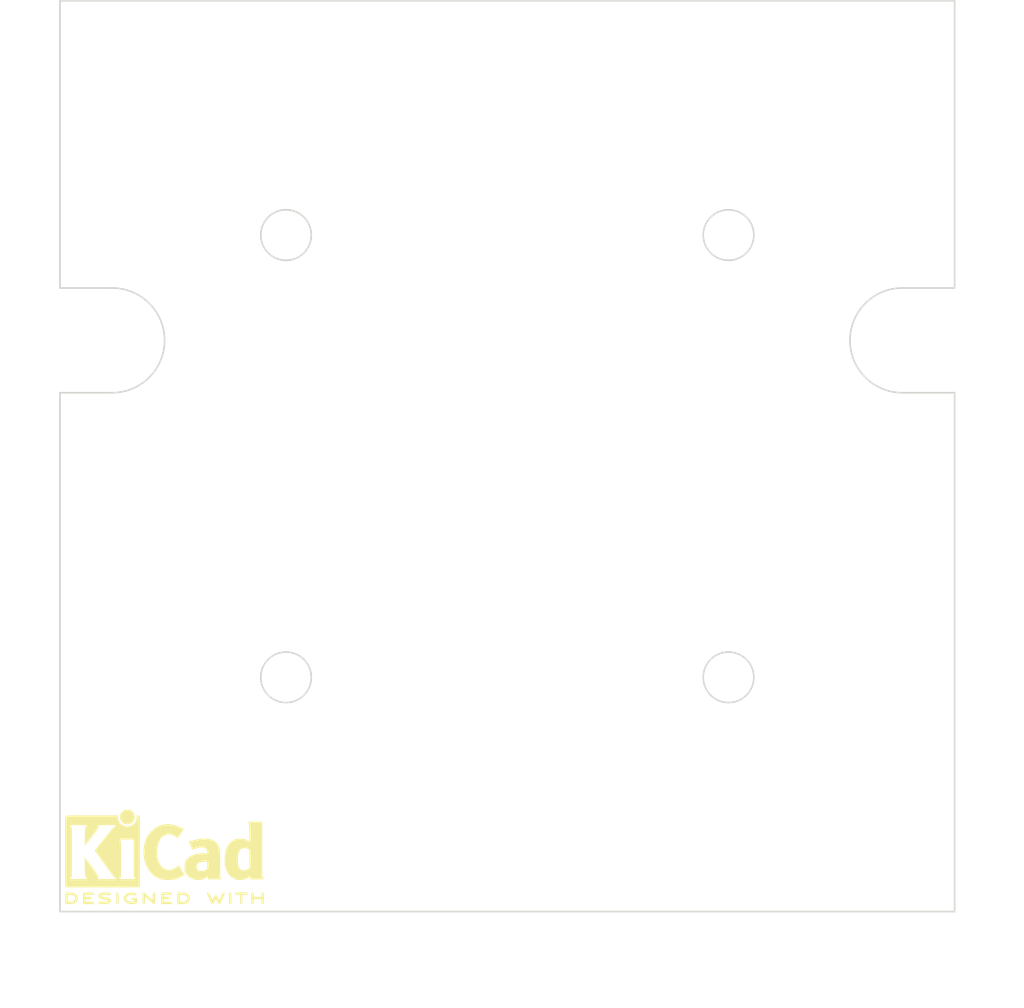
<source format=kicad_pcb>
(kicad_pcb (version 20160815) (host pcbnew no-vcs-found-undefined)

  (general
    (links 0)
    (no_connects 0)
    (area 69.845 81.766999 134.395 145.67)
    (thickness 1.6)
    (drawings 19)
    (tracks 0)
    (zones 0)
    (modules 1)
    (nets 1)
  )

  (page A)
  (title_block
    (title "Enter Title On Page Setting Dialog")
    (rev 1)
    (company "Ashton Johnson")
  )

  (layers
    (0 F.Cu signal)
    (31 B.Cu signal)
    (33 F.Adhes user)
    (35 F.Paste user)
    (37 F.SilkS user)
    (39 F.Mask user)
    (40 Dwgs.User user)
    (41 Cmts.User user)
    (42 Eco1.User user)
    (43 Eco2.User user)
    (44 Edge.Cuts user)
    (45 Margin user)
    (47 F.CrtYd user)
    (49 F.Fab user)
  )

  (setup
    (last_trace_width 0.381)
    (user_trace_width 0.1524)
    (user_trace_width 0.2032)
    (user_trace_width 0.254)
    (user_trace_width 0.381)
    (user_trace_width 0.508)
    (user_trace_width 0.635)
    (user_trace_width 0.889)
    (user_trace_width 1.27)
    (user_trace_width 2.974416)
    (trace_clearance 0.254)
    (zone_clearance 0.508)
    (zone_45_only yes)
    (trace_min 0.1524)
    (segment_width 0.2)
    (edge_width 0.1)
    (via_size 0.6858)
    (via_drill 0.3302)
    (via_min_size 0.6858)
    (via_min_drill 0.3302)
    (user_via 0.6858 0.3302)
    (uvia_size 254)
    (uvia_drill 127)
    (uvias_allowed no)
    (uvia_min_size 0)
    (uvia_min_drill 0)
    (pcb_text_width 0.3)
    (pcb_text_size 1.5 1.5)
    (mod_edge_width 0.15)
    (mod_text_size 1 1)
    (mod_text_width 0.15)
    (pad_size 1.524 1.524)
    (pad_drill 0.762)
    (pad_to_mask_clearance 0.0762)
    (aux_axis_origin 130 100)
    (grid_origin 130 100)
    (visible_elements 7FFFFFFF)
    (pcbplotparams
      (layerselection 0x010a8_80000001)
      (usegerberextensions true)
      (usegerberattributes true)
      (excludeedgelayer true)
      (linewidth 0.100000)
      (plotframeref false)
      (viasonmask false)
      (mode 1)
      (useauxorigin false)
      (hpglpennumber 1)
      (hpglpenspeed 20)
      (hpglpendiameter 15)
      (psnegative false)
      (psa4output false)
      (plotreference true)
      (plotvalue true)
      (plotinvisibletext false)
      (padsonsilk false)
      (subtractmaskfromsilk true)
      (outputformat 1)
      (mirror false)
      (drillshape 0)
      (scaleselection 1)
      (outputdirectory ""))
  )

  (net 0 "")

  (net_class Default "This is the default net class."
    (clearance 0.254)
    (trace_width 0.381)
    (via_dia 0.6858)
    (via_drill 0.3302)
    (uvia_dia 254)
    (uvia_drill 127)
    (diff_pair_gap 0.25)
    (diff_pair_width 0.2)
  )

  (module Symbols:KiCad-Logo2_6mm_SilkScreen (layer F.Cu) (tedit 581164A0) (tstamp 581165B4)
    (at 80 136)
    (descr "KiCad Logo")
    (tags "Logo KiCad")
    (attr virtual)
    (fp_text reference REF*** (at 0 -4) (layer F.SilkS) hide
      (effects (font (size 1 1) (thickness 0.15)))
    )
    (fp_text value KiCad-Logo2_6mm_SilkScreen (at 5 -4) (layer F.Fab) hide
      (effects (font (size 1 1) (thickness 0.15)))
    )
    (fp_poly (pts (xy -6.121371 2.269066) (xy -6.081889 2.269467) (xy -5.9662 2.272259) (xy -5.869311 2.28055)
      (xy -5.787919 2.295232) (xy -5.718723 2.317193) (xy -5.65842 2.347322) (xy -5.603708 2.38651)
      (xy -5.584167 2.403532) (xy -5.55175 2.443363) (xy -5.52252 2.497413) (xy -5.499991 2.557323)
      (xy -5.487679 2.614739) (xy -5.4864 2.635956) (xy -5.494417 2.694769) (xy -5.515899 2.759013)
      (xy -5.546999 2.819821) (xy -5.583866 2.86833) (xy -5.589854 2.874182) (xy -5.640579 2.915321)
      (xy -5.696125 2.947435) (xy -5.759696 2.971365) (xy -5.834494 2.987953) (xy -5.923722 2.998041)
      (xy -6.030582 3.002469) (xy -6.079528 3.002845) (xy -6.141762 3.002545) (xy -6.185528 3.001292)
      (xy -6.214931 2.998554) (xy -6.234079 2.993801) (xy -6.247077 2.986501) (xy -6.254045 2.980267)
      (xy -6.260626 2.972694) (xy -6.265788 2.962924) (xy -6.269703 2.94834) (xy -6.272543 2.926326)
      (xy -6.27448 2.894264) (xy -6.275684 2.849536) (xy -6.276328 2.789526) (xy -6.276583 2.711617)
      (xy -6.276622 2.635956) (xy -6.27687 2.535041) (xy -6.276817 2.454427) (xy -6.275857 2.415822)
      (xy -6.129867 2.415822) (xy -6.129867 2.856089) (xy -6.036734 2.856004) (xy -5.980693 2.854396)
      (xy -5.921999 2.850256) (xy -5.873028 2.844464) (xy -5.871538 2.844226) (xy -5.792392 2.82509)
      (xy -5.731002 2.795287) (xy -5.684305 2.752878) (xy -5.654635 2.706961) (xy -5.636353 2.656026)
      (xy -5.637771 2.6082) (xy -5.658988 2.556933) (xy -5.700489 2.503899) (xy -5.757998 2.4646)
      (xy -5.83275 2.438331) (xy -5.882708 2.429035) (xy -5.939416 2.422507) (xy -5.999519 2.417782)
      (xy -6.050639 2.415817) (xy -6.053667 2.415808) (xy -6.129867 2.415822) (xy -6.275857 2.415822)
      (xy -6.27526 2.391851) (xy -6.270998 2.345055) (xy -6.26283 2.311778) (xy -6.249556 2.289759)
      (xy -6.229974 2.276739) (xy -6.202883 2.270457) (xy -6.167082 2.268653) (xy -6.121371 2.269066)) (layer F.SilkS) (width 0.01))
    (fp_poly (pts (xy -4.712794 2.269146) (xy -4.643386 2.269518) (xy -4.590997 2.270385) (xy -4.552847 2.271946)
      (xy -4.526159 2.274403) (xy -4.508153 2.277957) (xy -4.496049 2.28281) (xy -4.487069 2.289161)
      (xy -4.483818 2.292084) (xy -4.464043 2.323142) (xy -4.460482 2.358828) (xy -4.473491 2.39051)
      (xy -4.479506 2.396913) (xy -4.489235 2.403121) (xy -4.504901 2.40791) (xy -4.529408 2.411514)
      (xy -4.565661 2.414164) (xy -4.616565 2.416095) (xy -4.685026 2.417539) (xy -4.747617 2.418418)
      (xy -4.995334 2.421467) (xy -4.998719 2.486378) (xy -5.002105 2.551289) (xy -4.833958 2.551289)
      (xy -4.760959 2.551919) (xy -4.707517 2.554553) (xy -4.670628 2.560309) (xy -4.647288 2.570304)
      (xy -4.634494 2.585656) (xy -4.629242 2.607482) (xy -4.628445 2.627738) (xy -4.630923 2.652592)
      (xy -4.640277 2.670906) (xy -4.659383 2.683637) (xy -4.691118 2.691741) (xy -4.738359 2.696176)
      (xy -4.803983 2.697899) (xy -4.839801 2.698045) (xy -5.000978 2.698045) (xy -5.000978 2.856089)
      (xy -4.752622 2.856089) (xy -4.671213 2.856202) (xy -4.609342 2.856712) (xy -4.563968 2.85787)
      (xy -4.532054 2.85993) (xy -4.510559 2.863146) (xy -4.496443 2.867772) (xy -4.486668 2.874059)
      (xy -4.481689 2.878667) (xy -4.46461 2.90556) (xy -4.459111 2.929467) (xy -4.466963 2.958667)
      (xy -4.481689 2.980267) (xy -4.489546 2.987066) (xy -4.499688 2.992346) (xy -4.514844 2.996298)
      (xy -4.537741 2.999113) (xy -4.571109 3.000982) (xy -4.617675 3.002098) (xy -4.680167 3.002651)
      (xy -4.761314 3.002833) (xy -4.803422 3.002845) (xy -4.893598 3.002765) (xy -4.963924 3.002398)
      (xy -5.017129 3.001552) (xy -5.05594 3.000036) (xy -5.083087 2.997659) (xy -5.101298 2.994229)
      (xy -5.1133 2.989554) (xy -5.121822 2.983444) (xy -5.125156 2.980267) (xy -5.131755 2.97267)
      (xy -5.136927 2.96287) (xy -5.140846 2.948239) (xy -5.143684 2.926152) (xy -5.145615 2.893982)
      (xy -5.146812 2.849103) (xy -5.147448 2.788889) (xy -5.147697 2.710713) (xy -5.147734 2.637923)
      (xy -5.1477 2.544707) (xy -5.147465 2.471431) (xy -5.14683 2.415458) (xy -5.145594 2.374151)
      (xy -5.143556 2.344872) (xy -5.140517 2.324984) (xy -5.136277 2.31185) (xy -5.130635 2.302832)
      (xy -5.123391 2.295293) (xy -5.121606 2.293612) (xy -5.112945 2.286172) (xy -5.102882 2.280409)
      (xy -5.088625 2.276112) (xy -5.067383 2.273064) (xy -5.036364 2.271051) (xy -4.992777 2.26986)
      (xy -4.933831 2.269275) (xy -4.856734 2.269083) (xy -4.802001 2.269067) (xy -4.712794 2.269146)) (layer F.SilkS) (width 0.01))
    (fp_poly (pts (xy -3.691703 2.270351) (xy -3.616888 2.275581) (xy -3.547306 2.28375) (xy -3.487002 2.29455)
      (xy -3.44002 2.307673) (xy -3.410406 2.322813) (xy -3.40586 2.327269) (xy -3.390054 2.36185)
      (xy -3.394847 2.397351) (xy -3.419364 2.427725) (xy -3.420534 2.428596) (xy -3.434954 2.437954)
      (xy -3.450008 2.442876) (xy -3.471005 2.443473) (xy -3.503257 2.439861) (xy -3.552073 2.432154)
      (xy -3.556 2.431505) (xy -3.628739 2.422569) (xy -3.707217 2.418161) (xy -3.785927 2.418119)
      (xy -3.859361 2.422279) (xy -3.922011 2.430479) (xy -3.96837 2.442557) (xy -3.971416 2.443771)
      (xy -4.005048 2.462615) (xy -4.016864 2.481685) (xy -4.007614 2.500439) (xy -3.978047 2.518337)
      (xy -3.928911 2.534837) (xy -3.860957 2.549396) (xy -3.815645 2.556406) (xy -3.721456 2.569889)
      (xy -3.646544 2.582214) (xy -3.587717 2.594449) (xy -3.541785 2.607661) (xy -3.505555 2.622917)
      (xy -3.475838 2.641285) (xy -3.449442 2.663831) (xy -3.42823 2.685971) (xy -3.403065 2.716819)
      (xy -3.390681 2.743345) (xy -3.386808 2.776026) (xy -3.386667 2.787995) (xy -3.389576 2.827712)
      (xy -3.401202 2.857259) (xy -3.421323 2.883486) (xy -3.462216 2.923576) (xy -3.507817 2.954149)
      (xy -3.561513 2.976203) (xy -3.626692 2.990735) (xy -3.706744 2.998741) (xy -3.805057 3.001218)
      (xy -3.821289 3.001177) (xy -3.886849 2.999818) (xy -3.951866 2.99673) (xy -4.009252 2.992356)
      (xy -4.051922 2.98714) (xy -4.055372 2.986541) (xy -4.097796 2.976491) (xy -4.13378 2.963796)
      (xy -4.15415 2.95219) (xy -4.173107 2.921572) (xy -4.174427 2.885918) (xy -4.158085 2.854144)
      (xy -4.154429 2.850551) (xy -4.139315 2.839876) (xy -4.120415 2.835276) (xy -4.091162 2.836059)
      (xy -4.055651 2.840127) (xy -4.01597 2.843762) (xy -3.960345 2.846828) (xy -3.895406 2.849053)
      (xy -3.827785 2.850164) (xy -3.81 2.850237) (xy -3.742128 2.849964) (xy -3.692454 2.848646)
      (xy -3.65661 2.845827) (xy -3.630224 2.84105) (xy -3.608926 2.833857) (xy -3.596126 2.827867)
      (xy -3.568 2.811233) (xy -3.550068 2.796168) (xy -3.547447 2.791897) (xy -3.552976 2.774263)
      (xy -3.57926 2.757192) (xy -3.624478 2.741458) (xy -3.686808 2.727838) (xy -3.705171 2.724804)
      (xy -3.80109 2.709738) (xy -3.877641 2.697146) (xy -3.93778 2.686111) (xy -3.98446 2.67572)
      (xy -4.020637 2.665056) (xy -4.049265 2.653205) (xy -4.073298 2.639251) (xy -4.095692 2.622281)
      (xy -4.119402 2.601378) (xy -4.12738 2.594049) (xy -4.155353 2.566699) (xy -4.17016 2.545029)
      (xy -4.175952 2.520232) (xy -4.176889 2.488983) (xy -4.166575 2.427705) (xy -4.135752 2.37564)
      (xy -4.084595 2.332958) (xy -4.013283 2.299825) (xy -3.9624 2.284964) (xy -3.9071 2.275366)
      (xy -3.840853 2.269936) (xy -3.767706 2.268367) (xy -3.691703 2.270351)) (layer F.SilkS) (width 0.01))
    (fp_poly (pts (xy -2.923822 2.291645) (xy -2.917242 2.299218) (xy -2.912079 2.308987) (xy -2.908164 2.323571)
      (xy -2.905324 2.345585) (xy -2.903387 2.377648) (xy -2.902183 2.422375) (xy -2.901539 2.482385)
      (xy -2.901284 2.560294) (xy -2.901245 2.635956) (xy -2.901314 2.729802) (xy -2.901638 2.803689)
      (xy -2.902386 2.860232) (xy -2.903732 2.902049) (xy -2.905846 2.931757) (xy -2.9089 2.951973)
      (xy -2.913066 2.965314) (xy -2.918516 2.974398) (xy -2.923822 2.980267) (xy -2.956826 2.999947)
      (xy -2.991991 2.998181) (xy -3.023455 2.976717) (xy -3.030684 2.968337) (xy -3.036334 2.958614)
      (xy -3.040599 2.944861) (xy -3.043673 2.924389) (xy -3.045752 2.894512) (xy -3.04703 2.852541)
      (xy -3.047701 2.795789) (xy -3.047959 2.721567) (xy -3.048 2.637537) (xy -3.048 2.324485)
      (xy -3.020291 2.296776) (xy -2.986137 2.273463) (xy -2.953006 2.272623) (xy -2.923822 2.291645)) (layer F.SilkS) (width 0.01))
    (fp_poly (pts (xy -1.950081 2.274599) (xy -1.881565 2.286095) (xy -1.828943 2.303967) (xy -1.794708 2.327499)
      (xy -1.785379 2.340924) (xy -1.775893 2.372148) (xy -1.782277 2.400395) (xy -1.80243 2.427182)
      (xy -1.833745 2.439713) (xy -1.879183 2.438696) (xy -1.914326 2.431906) (xy -1.992419 2.418971)
      (xy -2.072226 2.417742) (xy -2.161555 2.428241) (xy -2.186229 2.43269) (xy -2.269291 2.456108)
      (xy -2.334273 2.490945) (xy -2.380461 2.536604) (xy -2.407145 2.592494) (xy -2.412663 2.621388)
      (xy -2.409051 2.680012) (xy -2.385729 2.731879) (xy -2.344824 2.775978) (xy -2.288459 2.811299)
      (xy -2.21876 2.836829) (xy -2.137852 2.851559) (xy -2.04786 2.854478) (xy -1.95091 2.844575)
      (xy -1.945436 2.843641) (xy -1.906875 2.836459) (xy -1.885494 2.829521) (xy -1.876227 2.819227)
      (xy -1.874006 2.801976) (xy -1.873956 2.792841) (xy -1.873956 2.754489) (xy -1.942431 2.754489)
      (xy -2.0029 2.750347) (xy -2.044165 2.737147) (xy -2.068175 2.71373) (xy -2.076877 2.678936)
      (xy -2.076983 2.674394) (xy -2.071892 2.644654) (xy -2.054433 2.623419) (xy -2.021939 2.609366)
      (xy -1.971743 2.601173) (xy -1.923123 2.598161) (xy -1.852456 2.596433) (xy -1.801198 2.59907)
      (xy -1.766239 2.6088) (xy -1.74447 2.628353) (xy -1.73278 2.660456) (xy -1.72806 2.707838)
      (xy -1.7272 2.770071) (xy -1.728609 2.839535) (xy -1.732848 2.886786) (xy -1.739936 2.912012)
      (xy -1.741311 2.913988) (xy -1.780228 2.945508) (xy -1.837286 2.97047) (xy -1.908869 2.98834)
      (xy -1.991358 2.998586) (xy -2.081139 3.000673) (xy -2.174592 2.994068) (xy -2.229556 2.985956)
      (xy -2.315766 2.961554) (xy -2.395892 2.921662) (xy -2.462977 2.869887) (xy -2.473173 2.859539)
      (xy -2.506302 2.816035) (xy -2.536194 2.762118) (xy -2.559357 2.705592) (xy -2.572298 2.654259)
      (xy -2.573858 2.634544) (xy -2.567218 2.593419) (xy -2.549568 2.542252) (xy -2.524297 2.488394)
      (xy -2.494789 2.439195) (xy -2.468719 2.406334) (xy -2.407765 2.357452) (xy -2.328969 2.318545)
      (xy -2.235157 2.290494) (xy -2.12915 2.274179) (xy -2.032 2.270192) (xy -1.950081 2.274599)) (layer F.SilkS) (width 0.01))
    (fp_poly (pts (xy -1.300114 2.273448) (xy -1.276548 2.287273) (xy -1.245735 2.309881) (xy -1.206078 2.342338)
      (xy -1.15598 2.385708) (xy -1.093843 2.441058) (xy -1.018072 2.509451) (xy -0.931334 2.588084)
      (xy -0.750711 2.751878) (xy -0.745067 2.532029) (xy -0.743029 2.456351) (xy -0.741063 2.399994)
      (xy -0.738734 2.359706) (xy -0.735606 2.332235) (xy -0.731245 2.314329) (xy -0.725216 2.302737)
      (xy -0.717084 2.294208) (xy -0.712772 2.290623) (xy -0.678241 2.27167) (xy -0.645383 2.274441)
      (xy -0.619318 2.290633) (xy -0.592667 2.312199) (xy -0.589352 2.627151) (xy -0.588435 2.719779)
      (xy -0.587968 2.792544) (xy -0.588113 2.848161) (xy -0.589032 2.889342) (xy -0.590887 2.918803)
      (xy -0.593839 2.939255) (xy -0.59805 2.953413) (xy -0.603682 2.963991) (xy -0.609927 2.972474)
      (xy -0.623439 2.988207) (xy -0.636883 2.998636) (xy -0.652124 3.002639) (xy -0.671026 2.999094)
      (xy -0.695455 2.986879) (xy -0.727273 2.964871) (xy -0.768348 2.931949) (xy -0.820542 2.886991)
      (xy -0.885722 2.828875) (xy -0.959556 2.762099) (xy -1.224845 2.521458) (xy -1.230489 2.740589)
      (xy -1.232531 2.816128) (xy -1.234502 2.872354) (xy -1.236839 2.912524) (xy -1.239981 2.939896)
      (xy -1.244364 2.957728) (xy -1.250424 2.969279) (xy -1.2586 2.977807) (xy -1.262784 2.981282)
      (xy -1.299765 3.000372) (xy -1.334708 2.997493) (xy -1.365136 2.9731) (xy -1.372097 2.963286)
      (xy -1.377523 2.951826) (xy -1.381603 2.935968) (xy -1.384529 2.912963) (xy -1.386492 2.880062)
      (xy -1.387683 2.834516) (xy -1.388292 2.773573) (xy -1.388511 2.694486) (xy -1.388534 2.635956)
      (xy -1.38846 2.544407) (xy -1.388113 2.472687) (xy -1.387301 2.418045) (xy -1.385833 2.377732)
      (xy -1.383519 2.348998) (xy -1.380167 2.329093) (xy -1.375588 2.315268) (xy -1.369589 2.304772)
      (xy -1.365136 2.298811) (xy -1.35385 2.284691) (xy -1.343301 2.274029) (xy -1.331893 2.267892)
      (xy -1.31803 2.267343) (xy -1.300114 2.273448)) (layer F.SilkS) (width 0.01))
    (fp_poly (pts (xy 0.230343 2.26926) (xy 0.306701 2.270174) (xy 0.365217 2.272311) (xy 0.408255 2.276175)
      (xy 0.438183 2.282267) (xy 0.457368 2.29109) (xy 0.468176 2.303146) (xy 0.472973 2.318939)
      (xy 0.474127 2.33897) (xy 0.474133 2.341335) (xy 0.473131 2.363992) (xy 0.468396 2.381503)
      (xy 0.457333 2.394574) (xy 0.437348 2.403913) (xy 0.405846 2.410227) (xy 0.360232 2.414222)
      (xy 0.297913 2.416606) (xy 0.216293 2.418086) (xy 0.191277 2.418414) (xy -0.0508 2.421467)
      (xy -0.054186 2.486378) (xy -0.057571 2.551289) (xy 0.110576 2.551289) (xy 0.176266 2.551531)
      (xy 0.223172 2.552556) (xy 0.255083 2.554811) (xy 0.275791 2.558742) (xy 0.289084 2.564798)
      (xy 0.298755 2.573424) (xy 0.298817 2.573493) (xy 0.316356 2.607112) (xy 0.315722 2.643448)
      (xy 0.297314 2.674423) (xy 0.293671 2.677607) (xy 0.280741 2.685812) (xy 0.263024 2.691521)
      (xy 0.23657 2.695162) (xy 0.197432 2.697167) (xy 0.141662 2.697964) (xy 0.105994 2.698045)
      (xy -0.056445 2.698045) (xy -0.056445 2.856089) (xy 0.190161 2.856089) (xy 0.27158 2.856231)
      (xy 0.33341 2.856814) (xy 0.378637 2.858068) (xy 0.410248 2.860227) (xy 0.431231 2.863523)
      (xy 0.444573 2.868189) (xy 0.453261 2.874457) (xy 0.45545 2.876733) (xy 0.471614 2.90828)
      (xy 0.472797 2.944168) (xy 0.459536 2.975285) (xy 0.449043 2.985271) (xy 0.438129 2.990769)
      (xy 0.421217 2.995022) (xy 0.395633 2.99818) (xy 0.358701 3.000392) (xy 0.307746 3.001806)
      (xy 0.240094 3.002572) (xy 0.153069 3.002838) (xy 0.133394 3.002845) (xy 0.044911 3.002787)
      (xy -0.023773 3.002467) (xy -0.075436 3.001667) (xy -0.112855 3.000167) (xy -0.13881 2.997749)
      (xy -0.156078 2.994194) (xy -0.167438 2.989282) (xy -0.175668 2.982795) (xy -0.180183 2.978138)
      (xy -0.186979 2.969889) (xy -0.192288 2.959669) (xy -0.196294 2.9448) (xy -0.199179 2.922602)
      (xy -0.201126 2.890393) (xy -0.202319 2.845496) (xy -0.202939 2.785228) (xy -0.203171 2.706911)
      (xy -0.2032 2.640994) (xy -0.203129 2.548628) (xy -0.202792 2.476117) (xy -0.202002 2.420737)
      (xy -0.200574 2.379765) (xy -0.198321 2.350478) (xy -0.195057 2.330153) (xy -0.190596 2.316066)
      (xy -0.184752 2.305495) (xy -0.179803 2.298811) (xy -0.156406 2.269067) (xy 0.133774 2.269067)
      (xy 0.230343 2.26926)) (layer F.SilkS) (width 0.01))
    (fp_poly (pts (xy 1.018309 2.269275) (xy 1.147288 2.273636) (xy 1.256991 2.286861) (xy 1.349226 2.309741)
      (xy 1.425802 2.34307) (xy 1.488527 2.387638) (xy 1.539212 2.444236) (xy 1.579663 2.513658)
      (xy 1.580459 2.515351) (xy 1.604601 2.577483) (xy 1.613203 2.632509) (xy 1.606231 2.687887)
      (xy 1.583654 2.751073) (xy 1.579372 2.760689) (xy 1.550172 2.816966) (xy 1.517356 2.860451)
      (xy 1.475002 2.897417) (xy 1.41719 2.934135) (xy 1.413831 2.936052) (xy 1.363504 2.960227)
      (xy 1.306621 2.978282) (xy 1.239527 2.990839) (xy 1.158565 2.998522) (xy 1.060082 3.001953)
      (xy 1.025286 3.002251) (xy 0.859594 3.002845) (xy 0.836197 2.9731) (xy 0.829257 2.963319)
      (xy 0.823842 2.951897) (xy 0.819765 2.936095) (xy 0.816837 2.913175) (xy 0.814867 2.880396)
      (xy 0.814225 2.856089) (xy 0.970844 2.856089) (xy 1.064726 2.856089) (xy 1.119664 2.854483)
      (xy 1.17606 2.850255) (xy 1.222345 2.844292) (xy 1.225139 2.84379) (xy 1.307348 2.821736)
      (xy 1.371114 2.7886) (xy 1.418452 2.742847) (xy 1.451382 2.682939) (xy 1.457108 2.667061)
      (xy 1.462721 2.642333) (xy 1.460291 2.617902) (xy 1.448467 2.5854) (xy 1.44134 2.569434)
      (xy 1.418 2.527006) (xy 1.38988 2.49724) (xy 1.35894 2.476511) (xy 1.296966 2.449537)
      (xy 1.217651 2.429998) (xy 1.125253 2.418746) (xy 1.058333 2.41627) (xy 0.970844 2.415822)
      (xy 0.970844 2.856089) (xy 0.814225 2.856089) (xy 0.813668 2.835021) (xy 0.81305 2.774311)
      (xy 0.812825 2.695526) (xy 0.8128 2.63392) (xy 0.8128 2.324485) (xy 0.840509 2.296776)
      (xy 0.852806 2.285544) (xy 0.866103 2.277853) (xy 0.884672 2.27304) (xy 0.912786 2.270446)
      (xy 0.954717 2.26941) (xy 1.014737 2.26927) (xy 1.018309 2.269275)) (layer F.SilkS) (width 0.01))
    (fp_poly (pts (xy 3.744665 2.271034) (xy 3.764255 2.278035) (xy 3.76501 2.278377) (xy 3.791613 2.298678)
      (xy 3.80627 2.319561) (xy 3.809138 2.329352) (xy 3.808996 2.342361) (xy 3.804961 2.360895)
      (xy 3.796146 2.387257) (xy 3.781669 2.423752) (xy 3.760645 2.472687) (xy 3.732188 2.536365)
      (xy 3.695415 2.617093) (xy 3.675175 2.661216) (xy 3.638625 2.739985) (xy 3.604315 2.812423)
      (xy 3.573552 2.87588) (xy 3.547648 2.927708) (xy 3.52791 2.965259) (xy 3.51565 2.985884)
      (xy 3.513224 2.988733) (xy 3.482183 3.001302) (xy 3.447121 2.999619) (xy 3.419 2.984332)
      (xy 3.417854 2.983089) (xy 3.406668 2.966154) (xy 3.387904 2.93317) (xy 3.363875 2.88838)
      (xy 3.336897 2.836032) (xy 3.327201 2.816742) (xy 3.254014 2.67015) (xy 3.17424 2.829393)
      (xy 3.145767 2.884415) (xy 3.11935 2.932132) (xy 3.097148 2.968893) (xy 3.081319 2.991044)
      (xy 3.075954 2.995741) (xy 3.034257 3.002102) (xy 2.999849 2.988733) (xy 2.989728 2.974446)
      (xy 2.972214 2.942692) (xy 2.948735 2.896597) (xy 2.92072 2.839285) (xy 2.889599 2.77388)
      (xy 2.856799 2.703507) (xy 2.82375 2.631291) (xy 2.791881 2.560355) (xy 2.762619 2.493825)
      (xy 2.737395 2.434826) (xy 2.717636 2.386481) (xy 2.704772 2.351915) (xy 2.700231 2.334253)
      (xy 2.700277 2.333613) (xy 2.711326 2.311388) (xy 2.73341 2.288753) (xy 2.73471 2.287768)
      (xy 2.761853 2.272425) (xy 2.786958 2.272574) (xy 2.796368 2.275466) (xy 2.807834 2.281718)
      (xy 2.82001 2.294014) (xy 2.834357 2.314908) (xy 2.852336 2.346949) (xy 2.875407 2.392688)
      (xy 2.90503 2.454677) (xy 2.931745 2.511898) (xy 2.96248 2.578226) (xy 2.990021 2.637874)
      (xy 3.012938 2.687725) (xy 3.029798 2.724664) (xy 3.039173 2.745573) (xy 3.04054 2.748845)
      (xy 3.046689 2.743497) (xy 3.060822 2.721109) (xy 3.081057 2.684946) (xy 3.105515 2.638277)
      (xy 3.115248 2.619022) (xy 3.148217 2.554004) (xy 3.173643 2.506654) (xy 3.193612 2.474219)
      (xy 3.21021 2.453946) (xy 3.225524 2.443082) (xy 3.24164 2.438875) (xy 3.252143 2.4384)
      (xy 3.27067 2.440042) (xy 3.286904 2.446831) (xy 3.303035 2.461566) (xy 3.321251 2.487044)
      (xy 3.343739 2.526061) (xy 3.372689 2.581414) (xy 3.388662 2.612903) (xy 3.41457 2.663087)
      (xy 3.437167 2.704704) (xy 3.454458 2.734242) (xy 3.46445 2.748189) (xy 3.465809 2.74877)
      (xy 3.472261 2.737793) (xy 3.486708 2.70929) (xy 3.507703 2.666244) (xy 3.533797 2.611638)
      (xy 3.563546 2.548454) (xy 3.57818 2.517071) (xy 3.61625 2.436078) (xy 3.646905 2.373756)
      (xy 3.671737 2.328071) (xy 3.692337 2.296989) (xy 3.710298 2.278478) (xy 3.72721 2.270504)
      (xy 3.744665 2.271034)) (layer F.SilkS) (width 0.01))
    (fp_poly (pts (xy 4.188614 2.275877) (xy 4.212327 2.290647) (xy 4.238978 2.312227) (xy 4.238978 2.633773)
      (xy 4.238893 2.72783) (xy 4.238529 2.801932) (xy 4.237724 2.858704) (xy 4.236313 2.900768)
      (xy 4.234133 2.930748) (xy 4.231021 2.951267) (xy 4.226814 2.964949) (xy 4.221348 2.974416)
      (xy 4.217472 2.979082) (xy 4.186034 2.999575) (xy 4.150233 2.998739) (xy 4.118873 2.981264)
      (xy 4.092222 2.959684) (xy 4.092222 2.312227) (xy 4.118873 2.290647) (xy 4.144594 2.274949)
      (xy 4.1656 2.269067) (xy 4.188614 2.275877)) (layer F.SilkS) (width 0.01))
    (fp_poly (pts (xy 4.963065 2.269163) (xy 5.041772 2.269542) (xy 5.102863 2.270333) (xy 5.148817 2.27167)
      (xy 5.182114 2.273683) (xy 5.205236 2.276506) (xy 5.220662 2.280269) (xy 5.230871 2.285105)
      (xy 5.235813 2.288822) (xy 5.261457 2.321358) (xy 5.264559 2.355138) (xy 5.248711 2.385826)
      (xy 5.238348 2.398089) (xy 5.227196 2.40645) (xy 5.211035 2.411657) (xy 5.185642 2.414457)
      (xy 5.146798 2.415596) (xy 5.09028 2.415821) (xy 5.07918 2.415822) (xy 4.933244 2.415822)
      (xy 4.933244 2.686756) (xy 4.933148 2.772154) (xy 4.932711 2.837864) (xy 4.931712 2.886774)
      (xy 4.929928 2.921773) (xy 4.927137 2.945749) (xy 4.923117 2.961593) (xy 4.917645 2.972191)
      (xy 4.910666 2.980267) (xy 4.877734 3.000112) (xy 4.843354 2.998548) (xy 4.812176 2.975906)
      (xy 4.809886 2.9731) (xy 4.802429 2.962492) (xy 4.796747 2.950081) (xy 4.792601 2.93285)
      (xy 4.78975 2.907784) (xy 4.787954 2.871867) (xy 4.786972 2.822083) (xy 4.786564 2.755417)
      (xy 4.786489 2.679589) (xy 4.786489 2.415822) (xy 4.647127 2.415822) (xy 4.587322 2.415418)
      (xy 4.545918 2.41384) (xy 4.518748 2.410547) (xy 4.501646 2.404992) (xy 4.490443 2.396631)
      (xy 4.489083 2.395178) (xy 4.472725 2.361939) (xy 4.474172 2.324362) (xy 4.492978 2.291645)
      (xy 4.50025 2.285298) (xy 4.509627 2.280266) (xy 4.523609 2.276396) (xy 4.544696 2.273537)
      (xy 4.575389 2.271535) (xy 4.618189 2.270239) (xy 4.675595 2.269498) (xy 4.75011 2.269158)
      (xy 4.844233 2.269068) (xy 4.86426 2.269067) (xy 4.963065 2.269163)) (layer F.SilkS) (width 0.01))
    (fp_poly (pts (xy 6.228823 2.274533) (xy 6.260202 2.296776) (xy 6.287911 2.324485) (xy 6.287911 2.63392)
      (xy 6.287838 2.725799) (xy 6.287495 2.79784) (xy 6.286692 2.85278) (xy 6.285241 2.89336)
      (xy 6.282952 2.922317) (xy 6.279636 2.942391) (xy 6.275105 2.956321) (xy 6.269169 2.966845)
      (xy 6.264514 2.9731) (xy 6.233783 2.997673) (xy 6.198496 3.000341) (xy 6.166245 2.985271)
      (xy 6.155588 2.976374) (xy 6.148464 2.964557) (xy 6.144167 2.945526) (xy 6.141991 2.914992)
      (xy 6.141228 2.868662) (xy 6.141155 2.832871) (xy 6.141155 2.698045) (xy 5.644444 2.698045)
      (xy 5.644444 2.8207) (xy 5.643931 2.876787) (xy 5.641876 2.915333) (xy 5.637508 2.941361)
      (xy 5.630056 2.959897) (xy 5.621047 2.9731) (xy 5.590144 2.997604) (xy 5.555196 3.000506)
      (xy 5.521738 2.983089) (xy 5.512604 2.973959) (xy 5.506152 2.961855) (xy 5.501897 2.943001)
      (xy 5.499352 2.91362) (xy 5.498029 2.869937) (xy 5.497443 2.808175) (xy 5.497375 2.794)
      (xy 5.496891 2.677631) (xy 5.496641 2.581727) (xy 5.496723 2.504177) (xy 5.497231 2.442869)
      (xy 5.498262 2.39569) (xy 5.499913 2.36053) (xy 5.502279 2.335276) (xy 5.505457 2.317817)
      (xy 5.509544 2.306041) (xy 5.514634 2.297835) (xy 5.520266 2.291645) (xy 5.552128 2.271844)
      (xy 5.585357 2.274533) (xy 5.616735 2.296776) (xy 5.629433 2.311126) (xy 5.637526 2.326978)
      (xy 5.642042 2.349554) (xy 5.644006 2.384078) (xy 5.644444 2.435776) (xy 5.644444 2.551289)
      (xy 6.141155 2.551289) (xy 6.141155 2.432756) (xy 6.141662 2.378148) (xy 6.143698 2.341275)
      (xy 6.148035 2.317307) (xy 6.155447 2.301415) (xy 6.163733 2.291645) (xy 6.195594 2.271844)
      (xy 6.228823 2.274533)) (layer F.SilkS) (width 0.01))
    (fp_poly (pts (xy -2.9464 -2.510946) (xy -2.935535 -2.397007) (xy -2.903918 -2.289384) (xy -2.853015 -2.190385)
      (xy -2.784293 -2.102316) (xy -2.699219 -2.027484) (xy -2.602232 -1.969616) (xy -2.495964 -1.929995)
      (xy -2.38895 -1.911427) (xy -2.2833 -1.912566) (xy -2.181125 -1.93207) (xy -2.084534 -1.968594)
      (xy -1.995638 -2.020795) (xy -1.916546 -2.087327) (xy -1.849369 -2.166848) (xy -1.796217 -2.258013)
      (xy -1.759199 -2.359477) (xy -1.740427 -2.469898) (xy -1.738489 -2.519794) (xy -1.738489 -2.607733)
      (xy -1.68656 -2.607733) (xy -1.650253 -2.604889) (xy -1.623355 -2.593089) (xy -1.596249 -2.569351)
      (xy -1.557867 -2.530969) (xy -1.557867 -0.339398) (xy -1.557876 -0.077261) (xy -1.557908 0.163241)
      (xy -1.557972 0.383048) (xy -1.558076 0.583101) (xy -1.558227 0.764344) (xy -1.558434 0.927716)
      (xy -1.558706 1.07416) (xy -1.55905 1.204617) (xy -1.559474 1.320029) (xy -1.559987 1.421338)
      (xy -1.560597 1.509484) (xy -1.561312 1.58541) (xy -1.56214 1.650057) (xy -1.563089 1.704367)
      (xy -1.564167 1.74928) (xy -1.565383 1.78574) (xy -1.566745 1.814687) (xy -1.568261 1.837063)
      (xy -1.569938 1.853809) (xy -1.571786 1.865868) (xy -1.573813 1.87418) (xy -1.576025 1.879687)
      (xy -1.577108 1.881537) (xy -1.581271 1.888549) (xy -1.584805 1.894996) (xy -1.588635 1.9009)
      (xy -1.593682 1.906286) (xy -1.600871 1.911178) (xy -1.611123 1.915598) (xy -1.625364 1.919572)
      (xy -1.644514 1.923121) (xy -1.669499 1.92627) (xy -1.70124 1.929042) (xy -1.740662 1.931461)
      (xy -1.788686 1.933551) (xy -1.846237 1.935335) (xy -1.914237 1.936837) (xy -1.99361 1.93808)
      (xy -2.085279 1.939089) (xy -2.190166 1.939885) (xy -2.309196 1.940494) (xy -2.44329 1.940939)
      (xy -2.593373 1.941243) (xy -2.760367 1.94143) (xy -2.945196 1.941524) (xy -3.148783 1.941548)
      (xy -3.37205 1.941525) (xy -3.615922 1.94148) (xy -3.881321 1.941437) (xy -3.919704 1.941432)
      (xy -4.186682 1.941389) (xy -4.432002 1.941318) (xy -4.656583 1.941213) (xy -4.861345 1.941066)
      (xy -5.047206 1.940869) (xy -5.215088 1.940616) (xy -5.365908 1.9403) (xy -5.500587 1.939913)
      (xy -5.620044 1.939447) (xy -5.725199 1.938897) (xy -5.816971 1.938253) (xy -5.896279 1.937511)
      (xy -5.964043 1.936661) (xy -6.021182 1.935697) (xy -6.068617 1.934611) (xy -6.107266 1.933397)
      (xy -6.138049 1.932047) (xy -6.161885 1.930555) (xy -6.179694 1.928911) (xy -6.192395 1.927111)
      (xy -6.200908 1.925145) (xy -6.205266 1.923477) (xy -6.213728 1.919906) (xy -6.221497 1.91727)
      (xy -6.228602 1.914634) (xy -6.235073 1.911062) (xy -6.240939 1.905621) (xy -6.246229 1.897375)
      (xy -6.250974 1.88539) (xy -6.255202 1.868731) (xy -6.258943 1.846463) (xy -6.262227 1.817652)
      (xy -6.265083 1.781363) (xy -6.26754 1.736661) (xy -6.269629 1.682611) (xy -6.271378 1.618279)
      (xy -6.272817 1.54273) (xy -6.273976 1.45503) (xy -6.274883 1.354243) (xy -6.275569 1.239434)
      (xy -6.276063 1.10967) (xy -6.276395 0.964015) (xy -6.276593 0.801535) (xy -6.276687 0.621295)
      (xy -6.276708 0.42236) (xy -6.276685 0.203796) (xy -6.276646 -0.035332) (xy -6.276622 -0.29596)
      (xy -6.276622 -0.338111) (xy -6.276636 -0.601008) (xy -6.276661 -0.842268) (xy -6.276671 -1.062835)
      (xy -6.276642 -1.263648) (xy -6.276548 -1.445651) (xy -6.276362 -1.609784) (xy -6.276059 -1.756989)
      (xy -6.275614 -1.888208) (xy -6.275034 -1.998133) (xy -5.972197 -1.998133) (xy -5.932407 -1.940289)
      (xy -5.921236 -1.924521) (xy -5.911166 -1.910559) (xy -5.902138 -1.897216) (xy -5.894097 -1.883307)
      (xy -5.886986 -1.867644) (xy -5.880747 -1.849042) (xy -5.875325 -1.826314) (xy -5.870662 -1.798273)
      (xy -5.866701 -1.763733) (xy -5.863385 -1.721508) (xy -5.860659 -1.670411) (xy -5.858464 -1.609256)
      (xy -5.856745 -1.536856) (xy -5.855444 -1.452025) (xy -5.854505 -1.353578) (xy -5.85387 -1.240326)
      (xy -5.853484 -1.111084) (xy -5.853288 -0.964666) (xy -5.853227 -0.799884) (xy -5.853243 -0.615553)
      (xy -5.85328 -0.410487) (xy -5.853289 -0.287867) (xy -5.853265 -0.070918) (xy -5.853231 0.124642)
      (xy -5.853243 0.299999) (xy -5.853358 0.456341) (xy -5.85363 0.594857) (xy -5.854118 0.716734)
      (xy -5.854876 0.82316) (xy -5.855962 0.915322) (xy -5.857431 0.994409) (xy -5.85934 1.061608)
      (xy -5.861744 1.118107) (xy -5.864701 1.165093) (xy -5.868266 1.203755) (xy -5.872495 1.23528)
      (xy -5.877446 1.260855) (xy -5.883173 1.28167) (xy -5.889733 1.298911) (xy -5.897183 1.313765)
      (xy -5.905579 1.327422) (xy -5.914976 1.341069) (xy -5.925432 1.355893) (xy -5.931523 1.364783)
      (xy -5.970296 1.4224) (xy -5.438732 1.4224) (xy -5.315483 1.422365) (xy -5.212987 1.422215)
      (xy -5.12942 1.421878) (xy -5.062956 1.421286) (xy -5.011771 1.420367) (xy -4.974041 1.419051)
      (xy -4.94794 1.417269) (xy -4.931644 1.414951) (xy -4.923328 1.412026) (xy -4.921168 1.408424)
      (xy -4.923339 1.404075) (xy -4.924535 1.402645) (xy -4.949685 1.365573) (xy -4.975583 1.312772)
      (xy -4.999192 1.25077) (xy -5.007461 1.224357) (xy -5.012078 1.206416) (xy -5.015979 1.185355)
      (xy -5.019248 1.159089) (xy -5.021966 1.125532) (xy -5.024215 1.082599) (xy -5.026077 1.028204)
      (xy -5.027636 0.960262) (xy -5.028972 0.876688) (xy -5.030169 0.775395) (xy -5.031308 0.6543)
      (xy -5.031685 0.6096) (xy -5.032702 0.484449) (xy -5.03346 0.380082) (xy -5.033903 0.294707)
      (xy -5.03397 0.226533) (xy -5.033605 0.173765) (xy -5.032748 0.134614) (xy -5.031341 0.107285)
      (xy -5.029325 0.089986) (xy -5.026643 0.080926) (xy -5.023236 0.078312) (xy -5.019044 0.080351)
      (xy -5.014571 0.084667) (xy -5.004216 0.097602) (xy -4.982158 0.126676) (xy -4.949957 0.169759)
      (xy -4.909174 0.224718) (xy -4.86137 0.289423) (xy -4.808105 0.361742) (xy -4.75094 0.439544)
      (xy -4.691437 0.520698) (xy -4.631155 0.603072) (xy -4.571655 0.684536) (xy -4.514498 0.762957)
      (xy -4.461245 0.836204) (xy -4.413457 0.902147) (xy -4.372693 0.958654) (xy -4.340516 1.003593)
      (xy -4.318485 1.034834) (xy -4.313917 1.041466) (xy -4.290996 1.078369) (xy -4.264188 1.126359)
      (xy -4.238789 1.175897) (xy -4.235568 1.182577) (xy -4.21389 1.230772) (xy -4.201304 1.268334)
      (xy -4.195574 1.30416) (xy -4.194456 1.3462) (xy -4.19509 1.4224) (xy -3.040651 1.4224)
      (xy -3.131815 1.328669) (xy -3.178612 1.278775) (xy -3.228899 1.222295) (xy -3.274944 1.168026)
      (xy -3.295369 1.142673) (xy -3.325807 1.103128) (xy -3.365862 1.049916) (xy -3.414361 0.984667)
      (xy -3.470135 0.909011) (xy -3.532011 0.824577) (xy -3.598819 0.732994) (xy -3.669387 0.635892)
      (xy -3.742545 0.534901) (xy -3.817121 0.43165) (xy -3.891944 0.327768) (xy -3.965843 0.224885)
      (xy -4.037646 0.124631) (xy -4.106184 0.028636) (xy -4.170284 -0.061473) (xy -4.228775 -0.144064)
      (xy -4.280486 -0.217508) (xy -4.324247 -0.280176) (xy -4.358885 -0.330439) (xy -4.38323 -0.366666)
      (xy -4.396111 -0.387229) (xy -4.397869 -0.391332) (xy -4.38991 -0.402658) (xy -4.369115 -0.429838)
      (xy -4.336847 -0.471171) (xy -4.29447 -0.524956) (xy -4.243347 -0.589494) (xy -4.184841 -0.663082)
      (xy -4.120314 -0.744022) (xy -4.051131 -0.830612) (xy -3.978653 -0.921152) (xy -3.904246 -1.01394)
      (xy -3.844517 -1.088298) (xy -2.833511 -1.088298) (xy -2.827602 -1.075341) (xy -2.813272 -1.053092)
      (xy -2.812225 -1.051609) (xy -2.793438 -1.021456) (xy -2.773791 -0.984625) (xy -2.769892 -0.976489)
      (xy -2.766356 -0.96806) (xy -2.76323 -0.957941) (xy -2.760486 -0.94474) (xy -2.758092 -0.927062)
      (xy -2.756019 -0.903516) (xy -2.754235 -0.872707) (xy -2.752712 -0.833243) (xy -2.751419 -0.783731)
      (xy -2.750326 -0.722777) (xy -2.749403 -0.648989) (xy -2.748619 -0.560972) (xy -2.747945 -0.457335)
      (xy -2.74735 -0.336684) (xy -2.746805 -0.197626) (xy -2.746279 -0.038768) (xy -2.745745 0.140089)
      (xy -2.745206 0.325207) (xy -2.744772 0.489145) (xy -2.744509 0.633303) (xy -2.744484 0.759079)
      (xy -2.744765 0.867871) (xy -2.745419 0.961077) (xy -2.746514 1.040097) (xy -2.748118 1.106328)
      (xy -2.750297 1.16117) (xy -2.753119 1.206021) (xy -2.756651 1.242278) (xy -2.760961 1.271341)
      (xy -2.766117 1.294609) (xy -2.772185 1.313479) (xy -2.779233 1.329351) (xy -2.787329 1.343622)
      (xy -2.79654 1.357691) (xy -2.80504 1.370158) (xy -2.822176 1.396452) (xy -2.832322 1.414037)
      (xy -2.833511 1.417257) (xy -2.822604 1.418334) (xy -2.791411 1.419335) (xy -2.742223 1.420235)
      (xy -2.677333 1.42101) (xy -2.59903 1.421637) (xy -2.509607 1.422091) (xy -2.411356 1.422349)
      (xy -2.342445 1.4224) (xy -2.237452 1.42218) (xy -2.14061 1.421548) (xy -2.054107 1.420549)
      (xy -1.980132 1.419227) (xy -1.920874 1.417626) (xy -1.87852 1.415791) (xy -1.85526 1.413765)
      (xy -1.851378 1.412493) (xy -1.859076 1.397591) (xy -1.867074 1.38956) (xy -1.880246 1.372434)
      (xy -1.897485 1.342183) (xy -1.909407 1.317622) (xy -1.936045 1.258711) (xy -1.93912 0.081845)
      (xy -1.942195 -1.095022) (xy -2.387853 -1.095022) (xy -2.48567 -1.094858) (xy -2.576064 -1.094389)
      (xy -2.65663 -1.093653) (xy -2.724962 -1.092684) (xy -2.778656 -1.09152) (xy -2.815305 -1.090197)
      (xy -2.832504 -1.088751) (xy -2.833511 -1.088298) (xy -3.844517 -1.088298) (xy -3.82927 -1.107278)
      (xy -3.75509 -1.199463) (xy -3.683069 -1.288796) (xy -3.614569 -1.373576) (xy -3.550955 -1.452102)
      (xy -3.493588 -1.522674) (xy -3.443833 -1.583591) (xy -3.403052 -1.633153) (xy -3.385888 -1.653822)
      (xy -3.299596 -1.754484) (xy -3.222997 -1.837741) (xy -3.154183 -1.905562) (xy -3.091248 -1.959911)
      (xy -3.081867 -1.967278) (xy -3.042356 -1.997883) (xy -4.174116 -1.998133) (xy -4.168827 -1.950156)
      (xy -4.17213 -1.892812) (xy -4.193661 -1.824537) (xy -4.233635 -1.744788) (xy -4.278943 -1.672505)
      (xy -4.295161 -1.64986) (xy -4.323214 -1.612304) (xy -4.36143 -1.561979) (xy -4.408137 -1.501027)
      (xy -4.461661 -1.431589) (xy -4.520331 -1.355806) (xy -4.582475 -1.27582) (xy -4.646421 -1.193772)
      (xy -4.710495 -1.111804) (xy -4.773027 -1.032057) (xy -4.832343 -0.956673) (xy -4.886771 -0.887793)
      (xy -4.934639 -0.827558) (xy -4.974275 -0.778111) (xy -5.004006 -0.741592) (xy -5.022161 -0.720142)
      (xy -5.02522 -0.716844) (xy -5.028079 -0.724851) (xy -5.030293 -0.755145) (xy -5.031857 -0.807444)
      (xy -5.032767 -0.881469) (xy -5.03302 -0.976937) (xy -5.032613 -1.093566) (xy -5.031704 -1.213555)
      (xy -5.030382 -1.345667) (xy -5.028857 -1.457406) (xy -5.026881 -1.550975) (xy -5.024206 -1.628581)
      (xy -5.020582 -1.692426) (xy -5.015761 -1.744717) (xy -5.009494 -1.787656) (xy -5.001532 -1.823449)
      (xy -4.991627 -1.8543) (xy -4.979531 -1.882414) (xy -4.964993 -1.909995) (xy -4.950311 -1.935034)
      (xy -4.912314 -1.998133) (xy -5.972197 -1.998133) (xy -6.275034 -1.998133) (xy -6.275001 -2.004383)
      (xy -6.274195 -2.106456) (xy -6.27317 -2.195367) (xy -6.2719 -2.272059) (xy -6.27036 -2.337473)
      (xy -6.268524 -2.392551) (xy -6.266367 -2.438235) (xy -6.263863 -2.475466) (xy -6.260987 -2.505187)
      (xy -6.257713 -2.528338) (xy -6.254015 -2.545861) (xy -6.249869 -2.558699) (xy -6.245247 -2.567792)
      (xy -6.240126 -2.574082) (xy -6.234478 -2.578512) (xy -6.228279 -2.582022) (xy -6.221504 -2.585555)
      (xy -6.215508 -2.589124) (xy -6.210275 -2.5917) (xy -6.202099 -2.594028) (xy -6.189886 -2.596122)
      (xy -6.172541 -2.597993) (xy -6.148969 -2.599653) (xy -6.118077 -2.601116) (xy -6.078768 -2.602392)
      (xy -6.02995 -2.603496) (xy -5.970527 -2.604439) (xy -5.899404 -2.605233) (xy -5.815488 -2.605891)
      (xy -5.717683 -2.606425) (xy -5.604894 -2.606847) (xy -5.476029 -2.607171) (xy -5.329991 -2.607408)
      (xy -5.165686 -2.60757) (xy -4.98202 -2.60767) (xy -4.777897 -2.60772) (xy -4.566753 -2.607733)
      (xy -2.9464 -2.607733) (xy -2.9464 -2.510946)) (layer F.SilkS) (width 0.01))
    (fp_poly (pts (xy 0.328429 -2.050929) (xy 0.48857 -2.029755) (xy 0.65251 -1.989615) (xy 0.822313 -1.930111)
      (xy 1.000043 -1.850846) (xy 1.01131 -1.845301) (xy 1.069005 -1.817275) (xy 1.120552 -1.793198)
      (xy 1.162191 -1.774751) (xy 1.190162 -1.763614) (xy 1.199733 -1.761067) (xy 1.21895 -1.756059)
      (xy 1.223561 -1.751853) (xy 1.218458 -1.74142) (xy 1.202418 -1.715132) (xy 1.177288 -1.675743)
      (xy 1.144914 -1.626009) (xy 1.107143 -1.568685) (xy 1.065822 -1.506524) (xy 1.022798 -1.442282)
      (xy 0.979917 -1.378715) (xy 0.939026 -1.318575) (xy 0.901971 -1.26462) (xy 0.8706 -1.219603)
      (xy 0.846759 -1.186279) (xy 0.832294 -1.167403) (xy 0.830309 -1.165213) (xy 0.820191 -1.169862)
      (xy 0.79785 -1.187038) (xy 0.76728 -1.21356) (xy 0.751536 -1.228036) (xy 0.655047 -1.303318)
      (xy 0.548336 -1.358759) (xy 0.432832 -1.393859) (xy 0.309962 -1.40812) (xy 0.240561 -1.406949)
      (xy 0.119423 -1.389788) (xy 0.010205 -1.353906) (xy -0.087418 -1.299041) (xy -0.173772 -1.22493)
      (xy -0.249185 -1.131312) (xy -0.313982 -1.017924) (xy -0.351399 -0.931333) (xy -0.395252 -0.795634)
      (xy -0.427572 -0.64815) (xy -0.448443 -0.492686) (xy -0.457949 -0.333044) (xy -0.456173 -0.173027)
      (xy -0.443197 -0.016439) (xy -0.419106 0.132918) (xy -0.383982 0.27124) (xy -0.337908 0.394724)
      (xy -0.321627 0.428978) (xy -0.25338 0.543064) (xy -0.172921 0.639557) (xy -0.08143 0.71767)
      (xy 0.019911 0.776617) (xy 0.12992 0.815612) (xy 0.247415 0.833868) (xy 0.288883 0.835211)
      (xy 0.410441 0.82429) (xy 0.530878 0.791474) (xy 0.648666 0.737439) (xy 0.762277 0.662865)
      (xy 0.853685 0.584539) (xy 0.900215 0.540008) (xy 1.081483 0.837271) (xy 1.12658 0.911433)
      (xy 1.167819 0.979646) (xy 1.203735 1.039459) (xy 1.232866 1.08842) (xy 1.25375 1.124079)
      (xy 1.264924 1.143984) (xy 1.266375 1.147079) (xy 1.258146 1.156718) (xy 1.232567 1.173999)
      (xy 1.192873 1.197283) (xy 1.142297 1.224934) (xy 1.084074 1.255315) (xy 1.021437 1.28679)
      (xy 0.957621 1.317722) (xy 0.89586 1.346473) (xy 0.839388 1.371408) (xy 0.791438 1.390889)
      (xy 0.767986 1.399318) (xy 0.634221 1.437133) (xy 0.496327 1.462136) (xy 0.348622 1.47514)
      (xy 0.221833 1.477468) (xy 0.153878 1.476373) (xy 0.088277 1.474275) (xy 0.030847 1.471434)
      (xy -0.012597 1.468106) (xy -0.026702 1.466422) (xy -0.165716 1.437587) (xy -0.307243 1.392468)
      (xy -0.444725 1.33375) (xy -0.571606 1.26412) (xy -0.649111 1.211441) (xy -0.776519 1.103239)
      (xy -0.894822 0.976671) (xy -1.001828 0.834866) (xy -1.095348 0.680951) (xy -1.17319 0.518053)
      (xy -1.217044 0.400756) (xy -1.267292 0.217128) (xy -1.300791 0.022581) (xy -1.317551 -0.178675)
      (xy -1.317584 -0.382432) (xy -1.300899 -0.584479) (xy -1.267507 -0.780608) (xy -1.21742 -0.966609)
      (xy -1.213603 -0.978197) (xy -1.150719 -1.14025) (xy -1.073972 -1.288168) (xy -0.980758 -1.426135)
      (xy -0.868473 -1.558339) (xy -0.824608 -1.603601) (xy -0.688466 -1.727543) (xy -0.548509 -1.830085)
      (xy -0.402589 -1.912344) (xy -0.248558 -1.975436) (xy -0.084268 -2.020477) (xy 0.011289 -2.037967)
      (xy 0.170023 -2.053534) (xy 0.328429 -2.050929)) (layer F.SilkS) (width 0.01))
    (fp_poly (pts (xy 2.673574 -1.133448) (xy 2.825492 -1.113433) (xy 2.960756 -1.079798) (xy 3.080239 -1.032275)
      (xy 3.184815 -0.970595) (xy 3.262424 -0.907035) (xy 3.331265 -0.832901) (xy 3.385006 -0.753129)
      (xy 3.42791 -0.660909) (xy 3.443384 -0.617839) (xy 3.456244 -0.578858) (xy 3.467446 -0.542711)
      (xy 3.47712 -0.507566) (xy 3.485396 -0.47159) (xy 3.492403 -0.43295) (xy 3.498272 -0.389815)
      (xy 3.503131 -0.340351) (xy 3.50711 -0.282727) (xy 3.51034 -0.215109) (xy 3.512949 -0.135666)
      (xy 3.515067 -0.042564) (xy 3.516824 0.066027) (xy 3.518349 0.191942) (xy 3.519772 0.337012)
      (xy 3.521025 0.479778) (xy 3.522351 0.635968) (xy 3.523556 0.771239) (xy 3.524766 0.887246)
      (xy 3.526106 0.985645) (xy 3.5277 1.068093) (xy 3.529675 1.136246) (xy 3.532156 1.19176)
      (xy 3.535269 1.236292) (xy 3.539138 1.271498) (xy 3.543889 1.299034) (xy 3.549648 1.320556)
      (xy 3.556539 1.337722) (xy 3.564689 1.352186) (xy 3.574223 1.365606) (xy 3.585266 1.379638)
      (xy 3.589566 1.385071) (xy 3.605386 1.40791) (xy 3.612422 1.423463) (xy 3.612444 1.423922)
      (xy 3.601567 1.426121) (xy 3.570582 1.428147) (xy 3.521957 1.429942) (xy 3.458163 1.431451)
      (xy 3.381669 1.432616) (xy 3.294944 1.43338) (xy 3.200457 1.433686) (xy 3.18955 1.433689)
      (xy 2.766657 1.433689) (xy 2.763395 1.337622) (xy 2.760133 1.241556) (xy 2.698044 1.292543)
      (xy 2.600714 1.360057) (xy 2.490813 1.414749) (xy 2.404349 1.444978) (xy 2.335278 1.459666)
      (xy 2.251925 1.469659) (xy 2.162159 1.474646) (xy 2.073845 1.474313) (xy 1.994851 1.468351)
      (xy 1.958622 1.462638) (xy 1.818603 1.424776) (xy 1.692178 1.369932) (xy 1.58026 1.298924)
      (xy 1.483762 1.212568) (xy 1.4036 1.111679) (xy 1.340687 0.997076) (xy 1.296312 0.870984)
      (xy 1.283978 0.814401) (xy 1.276368 0.752202) (xy 1.272739 0.677363) (xy 1.272245 0.643467)
      (xy 1.27231 0.640282) (xy 2.032248 0.640282) (xy 2.041541 0.715333) (xy 2.069728 0.77916)
      (xy 2.118197 0.834798) (xy 2.123254 0.839211) (xy 2.171548 0.874037) (xy 2.223257 0.89662)
      (xy 2.283989 0.90854) (xy 2.359352 0.911383) (xy 2.377459 0.910978) (xy 2.431278 0.908325)
      (xy 2.471308 0.902909) (xy 2.506324 0.892745) (xy 2.545103 0.87585) (xy 2.555745 0.870672)
      (xy 2.616396 0.834844) (xy 2.663215 0.792212) (xy 2.675952 0.776973) (xy 2.720622 0.720462)
      (xy 2.720622 0.524586) (xy 2.720086 0.445939) (xy 2.718396 0.387988) (xy 2.715428 0.348875)
      (xy 2.711057 0.326741) (xy 2.706972 0.320274) (xy 2.691047 0.317111) (xy 2.657264 0.314488)
      (xy 2.61034 0.312655) (xy 2.554993 0.311857) (xy 2.546106 0.311842) (xy 2.42533 0.317096)
      (xy 2.32266 0.333263) (xy 2.236106 0.360961) (xy 2.163681 0.400808) (xy 2.108751 0.447758)
      (xy 2.064204 0.505645) (xy 2.03948 0.568693) (xy 2.032248 0.640282) (xy 1.27231 0.640282)
      (xy 1.274178 0.549712) (xy 1.282522 0.470812) (xy 1.298768 0.39959) (xy 1.324405 0.328864)
      (xy 1.348401 0.276493) (xy 1.40702 0.181196) (xy 1.485117 0.09317) (xy 1.580315 0.014017)
      (xy 1.690238 -0.05466) (xy 1.81251 -0.111259) (xy 1.944755 -0.154179) (xy 2.009422 -0.169118)
      (xy 2.145604 -0.191223) (xy 2.294049 -0.205806) (xy 2.445505 -0.212187) (xy 2.572064 -0.210555)
      (xy 2.73395 -0.203776) (xy 2.72653 -0.262755) (xy 2.707238 -0.361908) (xy 2.676104 -0.442628)
      (xy 2.632269 -0.505534) (xy 2.574871 -0.551244) (xy 2.503048 -0.580378) (xy 2.415941 -0.593553)
      (xy 2.312686 -0.591389) (xy 2.274711 -0.587388) (xy 2.13352 -0.56222) (xy 1.996707 -0.521186)
      (xy 1.902178 -0.483185) (xy 1.857018 -0.46381) (xy 1.818585 -0.44824) (xy 1.792234 -0.438595)
      (xy 1.784546 -0.436548) (xy 1.774802 -0.445626) (xy 1.758083 -0.474595) (xy 1.734232 -0.523783)
      (xy 1.703093 -0.593516) (xy 1.664507 -0.684121) (xy 1.65791 -0.699911) (xy 1.627853 -0.772228)
      (xy 1.600874 -0.837575) (xy 1.578136 -0.893094) (xy 1.560806 -0.935928) (xy 1.550048 -0.963219)
      (xy 1.546941 -0.972058) (xy 1.55694 -0.976813) (xy 1.583217 -0.98209) (xy 1.611489 -0.985769)
      (xy 1.641646 -0.990526) (xy 1.689433 -0.999972) (xy 1.750612 -1.01318) (xy 1.820946 -1.029224)
      (xy 1.896194 -1.04718) (xy 1.924755 -1.054203) (xy 2.029816 -1.079791) (xy 2.11748 -1.099853)
      (xy 2.192068 -1.115031) (xy 2.257903 -1.125965) (xy 2.319307 -1.133296) (xy 2.380602 -1.137665)
      (xy 2.44611 -1.139713) (xy 2.504128 -1.140111) (xy 2.673574 -1.133448)) (layer F.SilkS) (width 0.01))
    (fp_poly (pts (xy 6.186507 -0.527755) (xy 6.186526 -0.293338) (xy 6.186552 -0.080397) (xy 6.186625 0.112168)
      (xy 6.186782 0.285459) (xy 6.187064 0.440576) (xy 6.187509 0.57862) (xy 6.188156 0.700692)
      (xy 6.189045 0.807894) (xy 6.190213 0.901326) (xy 6.191701 0.98209) (xy 6.193546 1.051286)
      (xy 6.195789 1.110015) (xy 6.198469 1.159379) (xy 6.201623 1.200478) (xy 6.205292 1.234413)
      (xy 6.209513 1.262286) (xy 6.214327 1.285198) (xy 6.219773 1.304249) (xy 6.225888 1.32054)
      (xy 6.232712 1.335173) (xy 6.240285 1.349249) (xy 6.248645 1.363868) (xy 6.253839 1.372974)
      (xy 6.288104 1.433689) (xy 5.429955 1.433689) (xy 5.429955 1.337733) (xy 5.429224 1.29437)
      (xy 5.427272 1.261205) (xy 5.424463 1.243424) (xy 5.423221 1.241778) (xy 5.411799 1.248662)
      (xy 5.389084 1.266505) (xy 5.366385 1.285879) (xy 5.3118 1.326614) (xy 5.242321 1.367617)
      (xy 5.16527 1.405123) (xy 5.087965 1.435364) (xy 5.057113 1.445012) (xy 4.988616 1.459578)
      (xy 4.905764 1.469539) (xy 4.816371 1.474583) (xy 4.728248 1.474396) (xy 4.649207 1.468666)
      (xy 4.611511 1.462858) (xy 4.473414 1.424797) (xy 4.346113 1.367073) (xy 4.230292 1.290211)
      (xy 4.126637 1.194739) (xy 4.035833 1.081179) (xy 3.969031 0.970381) (xy 3.914164 0.853625)
      (xy 3.872163 0.734276) (xy 3.842167 0.608283) (xy 3.823311 0.471594) (xy 3.814732 0.320158)
      (xy 3.814006 0.242711) (xy 3.8161 0.185934) (xy 4.645217 0.185934) (xy 4.645424 0.279002)
      (xy 4.648337 0.366692) (xy 4.654 0.443772) (xy 4.662455 0.505009) (xy 4.665038 0.51735)
      (xy 4.69684 0.624633) (xy 4.738498 0.711658) (xy 4.790363 0.778642) (xy 4.852781 0.825805)
      (xy 4.9261 0.853365) (xy 5.010669 0.861541) (xy 5.106835 0.850551) (xy 5.170311 0.834829)
      (xy 5.219454 0.816639) (xy 5.273583 0.790791) (xy 5.314244 0.767089) (xy 5.3848 0.720721)
      (xy 5.3848 -0.42947) (xy 5.317392 -0.473038) (xy 5.238867 -0.51396) (xy 5.154681 -0.540611)
      (xy 5.069557 -0.552535) (xy 4.988216 -0.549278) (xy 4.91538 -0.530385) (xy 4.883426 -0.514816)
      (xy 4.825501 -0.471819) (xy 4.776544 -0.415047) (xy 4.73539 -0.342425) (xy 4.700874 -0.251879)
      (xy 4.671833 -0.141334) (xy 4.670552 -0.135467) (xy 4.660381 -0.073212) (xy 4.652739 0.004594)
      (xy 4.64767 0.09272) (xy 4.645217 0.185934) (xy 3.8161 0.185934) (xy 3.821857 0.029895)
      (xy 3.843802 -0.165941) (xy 3.879786 -0.344668) (xy 3.929759 -0.506155) (xy 3.993668 -0.650274)
      (xy 4.071462 -0.776894) (xy 4.163089 -0.885885) (xy 4.268497 -0.977117) (xy 4.313662 -1.008068)
      (xy 4.414611 -1.064215) (xy 4.517901 -1.103826) (xy 4.627989 -1.127986) (xy 4.74933 -1.137781)
      (xy 4.841836 -1.136735) (xy 4.97149 -1.125769) (xy 5.084084 -1.103954) (xy 5.182875 -1.070286)
      (xy 5.271121 -1.023764) (xy 5.319986 -0.989552) (xy 5.349353 -0.967638) (xy 5.371043 -0.952667)
      (xy 5.379253 -0.948267) (xy 5.380868 -0.959096) (xy 5.382159 -0.989749) (xy 5.383138 -1.037474)
      (xy 5.383817 -1.099521) (xy 5.38421 -1.173138) (xy 5.38433 -1.255573) (xy 5.384188 -1.344075)
      (xy 5.383797 -1.435893) (xy 5.383171 -1.528276) (xy 5.38232 -1.618472) (xy 5.38126 -1.703729)
      (xy 5.380001 -1.781297) (xy 5.378556 -1.848424) (xy 5.376938 -1.902359) (xy 5.375161 -1.94035)
      (xy 5.374669 -1.947333) (xy 5.367092 -2.017749) (xy 5.355531 -2.072898) (xy 5.337792 -2.120019)
      (xy 5.311682 -2.166353) (xy 5.305415 -2.175933) (xy 5.280983 -2.212622) (xy 6.186311 -2.212622)
      (xy 6.186507 -0.527755)) (layer F.SilkS) (width 0.01))
    (fp_poly (pts (xy -2.273043 -2.973429) (xy -2.176768 -2.949191) (xy -2.090184 -2.906359) (xy -2.015373 -2.846581)
      (xy -1.954418 -2.771506) (xy -1.909399 -2.68278) (xy -1.883136 -2.58647) (xy -1.877286 -2.489205)
      (xy -1.89214 -2.395346) (xy -1.92584 -2.307489) (xy -1.976528 -2.22823) (xy -2.042345 -2.160164)
      (xy -2.121434 -2.105888) (xy -2.211934 -2.067998) (xy -2.2632 -2.055574) (xy -2.307698 -2.048053)
      (xy -2.341999 -2.045081) (xy -2.37496 -2.046906) (xy -2.415434 -2.053775) (xy -2.448531 -2.06075)
      (xy -2.541947 -2.092259) (xy -2.625619 -2.143383) (xy -2.697665 -2.212571) (xy -2.7562 -2.298272)
      (xy -2.770148 -2.325511) (xy -2.786586 -2.361878) (xy -2.796894 -2.392418) (xy -2.80246 -2.42455)
      (xy -2.804669 -2.465693) (xy -2.804948 -2.511778) (xy -2.800861 -2.596135) (xy -2.787446 -2.665414)
      (xy -2.762256 -2.726039) (xy -2.722846 -2.784433) (xy -2.684298 -2.828698) (xy -2.612406 -2.894516)
      (xy -2.537313 -2.939947) (xy -2.454562 -2.96715) (xy -2.376928 -2.977424) (xy -2.273043 -2.973429)) (layer F.SilkS) (width 0.01))
  )

  (gr_text "NO CONNECTORS " (at 71 108 90) (layer Dwgs.User) (tstamp 581163A4)
    (effects (font (size 1.5 1.5) (thickness 0.3)))
  )
  (gr_text "NO CONNECTORS " (at 133 108 90) (layer Dwgs.User)
    (effects (font (size 1.5 1.5) (thickness 0.3)))
  )
  (gr_text "RIGHT ANGLE CONNECTORS ON \nFRONT AND BACK ONLY" (at 102 143) (layer Dwgs.User)
    (effects (font (size 1.5 1.5) (thickness 0.3)))
  )
  (gr_arc (start 126.695 103.315) (end 126.695 106.63) (angle 180) (layer Edge.Cuts) (width 0.1))
  (gr_arc (start 76.695 103.315) (end 76.695 100) (angle 180) (layer Edge.Cuts) (width 0.1))
  (gr_circle (center 87.695 96.647) (end 89.295 96.647) (layer Edge.Cuts) (width 0.1))
  (gr_circle (center 115.695 124.647) (end 117.295 124.647) (layer Edge.Cuts) (width 0.1))
  (gr_circle (center 115.695 96.647) (end 117.295 96.647) (layer Edge.Cuts) (width 0.1))
  (gr_line (start 73.39 81.817) (end 73.39 100) (layer Edge.Cuts) (width 0.1))
  (gr_line (start 130 81.817) (end 73.39 81.817) (layer Edge.Cuts) (width 0.1))
  (gr_line (start 73.39 139.477) (end 130 139.477) (layer Edge.Cuts) (width 0.1))
  (gr_line (start 73.39 106.63) (end 73.39 139.477) (layer Edge.Cuts) (width 0.1))
  (gr_line (start 126.695 100) (end 130 100) (layer Edge.Cuts) (width 0.1))
  (gr_line (start 130 139.477) (end 130 106.63) (layer Edge.Cuts) (width 0.1))
  (gr_line (start 76.695 106.63) (end 73.39 106.63) (layer Edge.Cuts) (width 0.1))
  (gr_line (start 130 106.63) (end 126.695 106.63) (layer Edge.Cuts) (width 0.1))
  (gr_circle (center 87.695 124.647) (end 89.295 124.647) (layer Edge.Cuts) (width 0.1))
  (gr_line (start 73.39 100) (end 76.695 100) (layer Edge.Cuts) (width 0.1))
  (gr_line (start 130 100) (end 130 81.817) (layer Edge.Cuts) (width 0.1))

)

</source>
